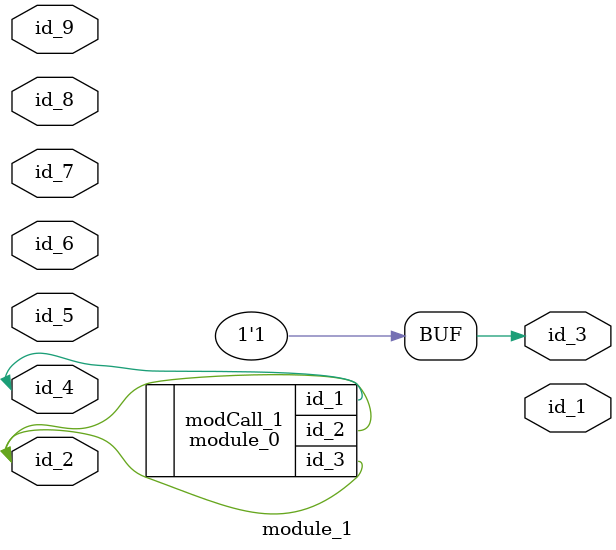
<source format=v>
module module_0 (
    id_1,
    id_2,
    id_3
);
  inout wire id_3;
  inout wire id_2;
  output wire id_1;
  wire id_4;
  wire id_5;
  wire id_6;
  wire id_7;
endmodule
module module_1 (
    id_1,
    id_2,
    id_3,
    id_4,
    id_5,
    id_6,
    id_7,
    id_8,
    id_9
);
  input wire id_9;
  inout wire id_8;
  inout wire id_7;
  input wire id_6;
  input wire id_5;
  inout wire id_4;
  output wire id_3;
  inout wire id_2;
  output wire id_1;
  assign id_3 = 1 != 1'b0;
  module_0 modCall_1 (
      id_4,
      id_2,
      id_2
  );
endmodule

</source>
